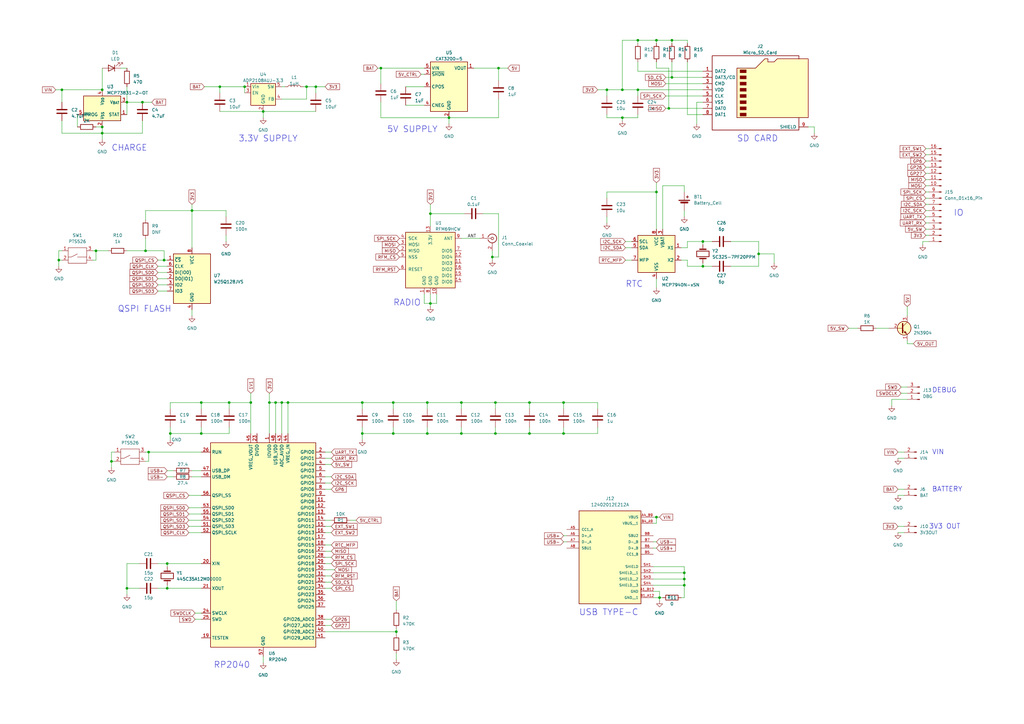
<source format=kicad_sch>
(kicad_sch (version 20230121) (generator eeschema)
  (paper "A3")
  (junction (at 113.03 165.1))
  (junction (at 176.53 124.46))
  (junction (at 255.27 48.26))
  (junction (at 69.85 177.8))
  (junction (at 189.23 165.1))
  (junction (at 189.23 177.8))
  (junction (at 270.51 245.11))
  (junction (at 68.58 241.3))
  (junction (at 68.58 231.14))
  (junction (at 39.37 102.87))
  (junction (at 52.07 241.3))
  (junction (at 41.91 36.83))
  (junction (at 125.73 35.56))
  (junction (at 175.26 177.8))
  (junction (at 261.62 36.83))
  (junction (at 217.17 177.8))
  (junction (at 176.53 87.63))
  (junction (at 60.96 185.42))
  (junction (at 269.24 78.74))
  (junction (at 45.72 189.23))
  (junction (at 24.13 106.68))
  (junction (at 280.67 234.95))
  (junction (at 280.67 237.49))
  (junction (at 115.57 165.1))
  (junction (at 110.49 165.1))
  (junction (at 118.11 165.1))
  (junction (at 275.59 31.75))
  (junction (at 93.98 165.1))
  (junction (at 129.54 35.56))
  (junction (at 201.93 105.41))
  (junction (at 275.59 16.51))
  (junction (at 175.26 165.1))
  (junction (at 107.95 45.72))
  (junction (at 261.62 16.51))
  (junction (at 148.59 177.8))
  (junction (at 100.33 35.56))
  (junction (at 58.42 41.91))
  (junction (at 148.59 165.1))
  (junction (at 248.92 36.83))
  (junction (at 102.87 165.1))
  (junction (at 161.29 165.1))
  (junction (at 82.55 177.8))
  (junction (at 161.29 177.8))
  (junction (at 156.21 27.94))
  (junction (at 162.56 259.08))
  (junction (at 203.2 165.1))
  (junction (at 90.17 35.56))
  (junction (at 41.91 54.61))
  (junction (at 204.47 27.94))
  (junction (at 288.29 109.22))
  (junction (at 231.14 165.1))
  (junction (at 217.17 165.1))
  (junction (at 78.74 86.36))
  (junction (at 269.24 16.51))
  (junction (at 231.14 177.8))
  (junction (at 311.15 104.14))
  (junction (at 59.69 102.87))
  (junction (at 274.32 44.45))
  (junction (at 25.4 36.83))
  (junction (at 82.55 165.1))
  (junction (at 67.31 106.68))
  (junction (at 52.07 41.91))
  (junction (at 203.2 177.8))
  (junction (at 255.27 36.83))
  (junction (at 288.29 99.06))
  (junction (at 184.15 48.26))
  (junction (at 269.24 212.09))
  (junction (at 280.67 240.03))
  (junction (at 41.91 52.07))
  (wire (pts (xy 156.21 27.94) (xy 173.99 27.94)))
  (wire (pts (xy 93.98 177.8) (xy 82.55 177.8)))
  (wire (pts (xy 176.53 124.46) (xy 176.53 125.73)))
  (wire (pts (xy 267.97 240.03) (xy 280.67 240.03)))
  (wire (pts (xy 270.51 242.57) (xy 270.51 245.11)))
  (wire (pts (xy 248.92 78.74) (xy 269.24 78.74)))
  (wire (pts (xy 162.56 257.81) (xy 162.56 259.08)))
  (wire (pts (xy 334.01 52.07) (xy 331.47 52.07)))
  (wire (pts (xy 269.24 114.3) (xy 269.24 118.11)))
  (wire (pts (xy 201.93 105.41) (xy 201.93 106.68)))
  (wire (pts (xy 261.62 25.4) (xy 261.62 29.21)))
  (wire (pts (xy 173.99 124.46) (xy 176.53 124.46)))
  (wire (pts (xy 60.96 189.23) (xy 60.96 185.42)))
  (wire (pts (xy 52.07 41.91) (xy 58.42 41.91)))
  (wire (pts (xy 148.59 165.1) (xy 148.59 167.64)))
  (wire (pts (xy 90.17 38.1) (xy 90.17 35.56)))
  (wire (pts (xy 78.74 127) (xy 78.74 129.54)))
  (wire (pts (xy 90.17 45.72) (xy 107.95 45.72)))
  (wire (pts (xy 189.23 165.1) (xy 203.2 165.1)))
  (wire (pts (xy 273.05 39.37) (xy 288.29 39.37)))
  (wire (pts (xy 102.87 165.1) (xy 93.98 165.1)))
  (wire (pts (xy 78.74 86.36) (xy 78.74 101.6)))
  (wire (pts (xy 133.35 231.14) (xy 135.89 231.14)))
  (wire (pts (xy 267.97 232.41) (xy 280.67 232.41)))
  (wire (pts (xy 59.69 189.23) (xy 60.96 189.23)))
  (wire (pts (xy 58.42 41.91) (xy 62.23 41.91)))
  (wire (pts (xy 68.58 241.3) (xy 64.77 241.3)))
  (wire (pts (xy 125.73 35.56) (xy 129.54 35.56)))
  (wire (pts (xy 288.29 109.22) (xy 288.29 107.95)))
  (wire (pts (xy 179.07 124.46) (xy 176.53 124.46)))
  (wire (pts (xy 269.24 25.4) (xy 269.24 27.94)))
  (wire (pts (xy 69.85 177.8) (xy 69.85 175.26)))
  (wire (pts (xy 275.59 25.4) (xy 275.59 31.75)))
  (wire (pts (xy 49.53 27.94) (xy 52.07 27.94)))
  (wire (pts (xy 231.14 219.71) (xy 232.41 219.71)))
  (wire (pts (xy 92.71 96.52) (xy 92.71 99.06)))
  (wire (pts (xy 255.27 36.83) (xy 261.62 36.83)))
  (wire (pts (xy 25.4 36.83) (xy 41.91 36.83)))
  (wire (pts (xy 204.47 105.41) (xy 201.93 105.41)))
  (wire (pts (xy 172.72 30.48) (xy 173.99 30.48)))
  (wire (pts (xy 379.73 63.5) (xy 381 63.5)))
  (wire (pts (xy 93.98 175.26) (xy 93.98 177.8)))
  (wire (pts (xy 82.55 165.1) (xy 82.55 167.64)))
  (wire (pts (xy 133.35 190.5) (xy 135.89 190.5)))
  (wire (pts (xy 176.53 87.63) (xy 190.5 87.63)))
  (wire (pts (xy 378.46 100.33) (xy 378.46 99.06)))
  (wire (pts (xy 133.35 228.6) (xy 135.89 228.6)))
  (wire (pts (xy 288.29 99.06) (xy 292.1 99.06)))
  (wire (pts (xy 93.98 165.1) (xy 93.98 167.64)))
  (wire (pts (xy 372.11 161.29) (xy 369.57 161.29)))
  (wire (pts (xy 92.71 88.9) (xy 92.71 86.36)))
  (wire (pts (xy 148.59 165.1) (xy 161.29 165.1)))
  (wire (pts (xy 78.74 195.58) (xy 82.55 195.58)))
  (wire (pts (xy 334.01 54.61) (xy 334.01 52.07)))
  (wire (pts (xy 78.74 86.36) (xy 78.74 83.82)))
  (wire (pts (xy 133.35 241.3) (xy 135.89 241.3)))
  (wire (pts (xy 133.35 226.06) (xy 135.89 226.06)))
  (wire (pts (xy 25.4 41.91) (xy 25.4 36.83)))
  (wire (pts (xy 368.3 185.42) (xy 370.84 185.42)))
  (wire (pts (xy 231.14 175.26) (xy 231.14 177.8)))
  (wire (pts (xy 115.57 40.64) (xy 125.73 40.64)))
  (wire (pts (xy 110.49 161.29) (xy 110.49 165.1)))
  (wire (pts (xy 162.56 259.08) (xy 162.56 260.35)))
  (wire (pts (xy 176.53 92.71) (xy 176.53 87.63)))
  (wire (pts (xy 133.35 233.68) (xy 137.16 233.68)))
  (wire (pts (xy 161.29 175.26) (xy 161.29 177.8)))
  (wire (pts (xy 77.47 213.36) (xy 82.55 213.36)))
  (wire (pts (xy 156.21 41.91) (xy 156.21 48.26)))
  (wire (pts (xy 83.82 35.56) (xy 90.17 35.56)))
  (wire (pts (xy 231.14 165.1) (xy 245.11 165.1)))
  (wire (pts (xy 24.13 106.68) (xy 24.13 109.22)))
  (wire (pts (xy 69.85 165.1) (xy 69.85 167.64)))
  (wire (pts (xy 281.94 109.22) (xy 288.29 109.22)))
  (wire (pts (xy 280.67 237.49) (xy 280.67 234.95)))
  (wire (pts (xy 317.5 104.14) (xy 311.15 104.14)))
  (wire (pts (xy 217.17 175.26) (xy 217.17 177.8)))
  (wire (pts (xy 80.01 254) (xy 82.55 254)))
  (wire (pts (xy 64.77 111.76) (xy 68.58 111.76)))
  (wire (pts (xy 198.12 87.63) (xy 204.47 87.63)))
  (wire (pts (xy 107.95 269.24) (xy 107.95 271.78)))
  (wire (pts (xy 189.23 175.26) (xy 189.23 177.8)))
  (wire (pts (xy 184.15 48.26) (xy 204.47 48.26)))
  (wire (pts (xy 379.73 68.58) (xy 381 68.58)))
  (wire (pts (xy 248.92 36.83) (xy 255.27 36.83)))
  (wire (pts (xy 80.01 251.46) (xy 82.55 251.46)))
  (wire (pts (xy 248.92 81.28) (xy 248.92 78.74)))
  (wire (pts (xy 77.47 215.9) (xy 82.55 215.9)))
  (wire (pts (xy 68.58 240.03) (xy 68.58 241.3)))
  (wire (pts (xy 69.85 177.8) (xy 69.85 180.34)))
  (wire (pts (xy 175.26 165.1) (xy 189.23 165.1)))
  (wire (pts (xy 231.14 177.8) (xy 245.11 177.8)))
  (wire (pts (xy 68.58 195.58) (xy 71.12 195.58)))
  (wire (pts (xy 231.14 222.25) (xy 232.41 222.25)))
  (wire (pts (xy 115.57 165.1) (xy 115.57 177.8)))
  (wire (pts (xy 204.47 27.94) (xy 208.28 27.94)))
  (wire (pts (xy 102.87 161.29) (xy 102.87 165.1)))
  (wire (pts (xy 133.35 185.42) (xy 135.89 185.42)))
  (wire (pts (xy 203.2 165.1) (xy 203.2 167.64)))
  (wire (pts (xy 133.35 213.36) (xy 135.89 213.36)))
  (wire (pts (xy 189.23 165.1) (xy 189.23 167.64)))
  (wire (pts (xy 52.07 41.91) (xy 52.07 46.99)))
  (wire (pts (xy 107.95 45.72) (xy 129.54 45.72)))
  (wire (pts (xy 68.58 231.14) (xy 64.77 231.14)))
  (wire (pts (xy 368.3 187.96) (xy 370.84 187.96)))
  (wire (pts (xy 368.3 200.66) (xy 370.84 200.66)))
  (wire (pts (xy 45.72 189.23) (xy 45.72 191.77)))
  (wire (pts (xy 267.97 212.09) (xy 269.24 212.09)))
  (wire (pts (xy 41.91 54.61) (xy 41.91 57.15)))
  (wire (pts (xy 194.31 27.94) (xy 204.47 27.94)))
  (wire (pts (xy 125.73 40.64) (xy 125.73 35.56)))
  (wire (pts (xy 133.35 223.52) (xy 135.89 223.52)))
  (wire (pts (xy 59.69 185.42) (xy 60.96 185.42)))
  (wire (pts (xy 102.87 177.8) (xy 102.87 165.1)))
  (wire (pts (xy 273.05 34.29) (xy 288.29 34.29)))
  (wire (pts (xy 100.33 35.56) (xy 100.33 38.1)))
  (wire (pts (xy 274.32 44.45) (xy 288.29 44.45)))
  (wire (pts (xy 281.94 16.51) (xy 275.59 16.51)))
  (wire (pts (xy 148.59 177.8) (xy 161.29 177.8)))
  (wire (pts (xy 41.91 54.61) (xy 41.91 52.07)))
  (wire (pts (xy 285.75 41.91) (xy 285.75 50.8)))
  (wire (pts (xy 148.59 175.26) (xy 148.59 177.8)))
  (wire (pts (xy 110.49 165.1) (xy 113.03 165.1)))
  (wire (pts (xy 372.11 125.73) (xy 372.11 129.54)))
  (wire (pts (xy 203.2 177.8) (xy 217.17 177.8)))
  (wire (pts (xy 256.54 106.68) (xy 259.08 106.68)))
  (wire (pts (xy 45.72 189.23) (xy 46.99 189.23)))
  (wire (pts (xy 82.55 165.1) (xy 69.85 165.1)))
  (wire (pts (xy 270.51 246.38) (xy 270.51 245.11)))
  (wire (pts (xy 93.98 165.1) (xy 82.55 165.1)))
  (wire (pts (xy 273.05 31.75) (xy 275.59 31.75)))
  (wire (pts (xy 129.54 35.56) (xy 133.35 35.56)))
  (wire (pts (xy 133.35 215.9) (xy 135.89 215.9)))
  (wire (pts (xy 60.96 185.42) (xy 82.55 185.42)))
  (wire (pts (xy 203.2 175.26) (xy 203.2 177.8)))
  (wire (pts (xy 78.74 193.04) (xy 82.55 193.04)))
  (wire (pts (xy 82.55 175.26) (xy 82.55 177.8)))
  (wire (pts (xy 245.11 165.1) (xy 245.11 167.64)))
  (wire (pts (xy 189.23 177.8) (xy 203.2 177.8)))
  (wire (pts (xy 248.92 36.83) (xy 248.92 39.37)))
  (wire (pts (xy 280.67 76.2) (xy 271.78 76.2)))
  (wire (pts (xy 347.98 134.62) (xy 351.79 134.62)))
  (wire (pts (xy 175.26 175.26) (xy 175.26 177.8)))
  (wire (pts (xy 156.21 48.26) (xy 184.15 48.26)))
  (wire (pts (xy 365.76 166.37) (xy 365.76 163.83)))
  (wire (pts (xy 368.3 215.9) (xy 370.84 215.9)))
  (wire (pts (xy 162.56 267.97) (xy 162.56 270.51)))
  (wire (pts (xy 68.58 241.3) (xy 82.55 241.3)))
  (wire (pts (xy 38.1 106.68) (xy 39.37 106.68)))
  (wire (pts (xy 261.62 36.83) (xy 261.62 39.37)))
  (wire (pts (xy 39.37 102.87) (xy 44.45 102.87)))
  (wire (pts (xy 173.99 120.65) (xy 173.99 124.46)))
  (wire (pts (xy 269.24 16.51) (xy 261.62 16.51)))
  (wire (pts (xy 166.37 43.18) (xy 173.99 43.18)))
  (wire (pts (xy 58.42 54.61) (xy 41.91 54.61)))
  (wire (pts (xy 38.1 102.87) (xy 39.37 102.87)))
  (wire (pts (xy 248.92 88.9) (xy 248.92 91.44)))
  (wire (pts (xy 24.13 102.87) (xy 25.4 102.87)))
  (wire (pts (xy 77.47 218.44) (xy 82.55 218.44)))
  (wire (pts (xy 59.69 102.87) (xy 52.07 102.87)))
  (wire (pts (xy 45.72 185.42) (xy 46.99 185.42)))
  (wire (pts (xy 133.35 187.96) (xy 135.89 187.96)))
  (wire (pts (xy 77.47 203.2) (xy 82.55 203.2)))
  (wire (pts (xy 24.13 106.68) (xy 25.4 106.68)))
  (wire (pts (xy 175.26 165.1) (xy 175.26 167.64)))
  (wire (pts (xy 133.35 259.08) (xy 162.56 259.08)))
  (wire (pts (xy 133.35 254) (xy 135.89 254)))
  (wire (pts (xy 162.56 246.38) (xy 162.56 250.19)))
  (wire (pts (xy 255.27 48.26) (xy 261.62 48.26)))
  (wire (pts (xy 379.73 73.66) (xy 381 73.66)))
  (wire (pts (xy 68.58 232.41) (xy 68.58 231.14)))
  (wire (pts (xy 275.59 31.75) (xy 288.29 31.75)))
  (wire (pts (xy 378.46 99.06) (xy 381 99.06)))
  (wire (pts (xy 271.78 76.2) (xy 271.78 93.98)))
  (wire (pts (xy 161.29 177.8) (xy 175.26 177.8)))
  (wire (pts (xy 267.97 222.25) (xy 269.24 222.25)))
  (wire (pts (xy 281.94 99.06) (xy 288.29 99.06)))
  (wire (pts (xy 275.59 16.51) (xy 275.59 17.78)))
  (wire (pts (xy 92.71 86.36) (xy 78.74 86.36)))
  (wire (pts (xy 133.35 236.22) (xy 135.89 236.22)))
  (wire (pts (xy 231.14 165.1) (xy 231.14 167.64)))
  (wire (pts (xy 280.67 245.11) (xy 280.67 240.03)))
  (wire (pts (xy 379.73 96.52) (xy 381 96.52)))
  (wire (pts (xy 269.24 214.63) (xy 269.24 212.09)))
  (wire (pts (xy 245.11 36.83) (xy 248.92 36.83)))
  (wire (pts (xy 317.5 107.95) (xy 317.5 104.14)))
  (wire (pts (xy 280.67 78.74) (xy 280.67 76.2)))
  (wire (pts (xy 64.77 106.68) (xy 67.31 106.68)))
  (wire (pts (xy 261.62 16.51) (xy 261.62 17.78)))
  (wire (pts (xy 256.54 101.6) (xy 259.08 101.6)))
  (wire (pts (xy 124.46 35.56) (xy 125.73 35.56)))
  (wire (pts (xy 379.73 88.9) (xy 381 88.9)))
  (wire (pts (xy 39.37 106.68) (xy 39.37 102.87)))
  (wire (pts (xy 248.92 48.26) (xy 255.27 48.26)))
  (wire (pts (xy 270.51 245.11) (xy 271.78 245.11)))
  (wire (pts (xy 133.35 256.54) (xy 135.89 256.54)))
  (wire (pts (xy 267.97 214.63) (xy 269.24 214.63)))
  (wire (pts (xy 133.35 195.58) (xy 135.89 195.58)))
  (wire (pts (xy 270.51 245.11) (xy 267.97 245.11)))
  (wire (pts (xy 161.29 165.1) (xy 161.29 167.64)))
  (wire (pts (xy 273.05 44.45) (xy 274.32 44.45)))
  (wire (pts (xy 58.42 49.53) (xy 58.42 54.61)))
  (wire (pts (xy 31.75 46.99) (xy 31.75 52.07)))
  (wire (pts (xy 379.73 86.36) (xy 381 86.36)))
  (wire (pts (xy 82.55 177.8) (xy 69.85 177.8)))
  (wire (pts (xy 201.93 102.87) (xy 201.93 105.41)))
  (wire (pts (xy 115.57 35.56) (xy 116.84 35.56)))
  (wire (pts (xy 133.35 238.76) (xy 135.89 238.76)))
  (wire (pts (xy 281.94 101.6) (xy 281.94 99.06)))
  (wire (pts (xy 133.35 198.12) (xy 135.89 198.12)))
  (wire (pts (xy 379.73 66.04) (xy 381 66.04)))
  (wire (pts (xy 269.24 16.51) (xy 269.24 17.78)))
  (wire (pts (xy 255.27 16.51) (xy 255.27 36.83)))
  (wire (pts (xy 156.21 34.29) (xy 156.21 27.94)))
  (wire (pts (xy 154.94 27.94) (xy 156.21 27.94)))
  (wire (pts (xy 148.59 177.8) (xy 148.59 180.34)))
  (wire (pts (xy 204.47 27.94) (xy 204.47 33.02)))
  (wire (pts (xy 255.27 49.53) (xy 255.27 48.26)))
  (wire (pts (xy 379.73 71.12) (xy 381 71.12)))
  (wire (pts (xy 24.13 102.87) (xy 24.13 106.68)))
  (wire (pts (xy 64.77 116.84) (xy 68.58 116.84)))
  (wire (pts (xy 22.86 36.83) (xy 25.4 36.83)))
  (wire (pts (xy 261.62 36.83) (xy 288.29 36.83)))
  (wire (pts (xy 90.17 35.56) (xy 100.33 35.56)))
  (wire (pts (xy 269.24 212.09) (xy 270.51 212.09)))
  (wire (pts (xy 176.53 120.65) (xy 176.53 124.46)))
  (wire (pts (xy 203.2 165.1) (xy 217.17 165.1)))
  (wire (pts (xy 288.29 41.91) (xy 285.75 41.91)))
  (wire (pts (xy 64.77 109.22) (xy 68.58 109.22)))
  (wire (pts (xy 59.69 86.36) (xy 78.74 86.36)))
  (wire (pts (xy 279.4 106.68) (xy 281.94 106.68)))
  (wire (pts (xy 133.35 200.66) (xy 135.89 200.66)))
  (wire (pts (xy 274.32 27.94) (xy 274.32 44.45)))
  (wire (pts (xy 267.97 234.95) (xy 280.67 234.95)))
  (wire (pts (xy 204.47 87.63) (xy 204.47 105.41)))
  (wire (pts (xy 267.97 237.49) (xy 280.67 237.49)))
  (wire (pts (xy 161.29 165.1) (xy 175.26 165.1)))
  (wire (pts (xy 67.31 106.68) (xy 68.58 106.68)))
  (wire (pts (xy 179.07 120.65) (xy 179.07 124.46)))
  (wire (pts (xy 281.94 106.68) (xy 281.94 109.22)))
  (wire (pts (xy 45.72 185.42) (xy 45.72 189.23)))
  (wire (pts (xy 379.73 83.82) (xy 381 83.82)))
  (wire (pts (xy 267.97 242.57) (xy 270.51 242.57)))
  (wire (pts (xy 184.15 48.26) (xy 184.15 50.8)))
  (wire (pts (xy 118.11 165.1) (xy 148.59 165.1)))
  (wire (pts (xy 41.91 27.94) (xy 41.91 36.83)))
  (wire (pts (xy 110.49 177.8) (xy 110.49 165.1)))
  (wire (pts (xy 261.62 16.51) (xy 255.27 16.51)))
  (wire (pts (xy 372.11 158.75) (xy 369.57 158.75)))
  (wire (pts (xy 64.77 114.3) (xy 68.58 114.3)))
  (wire (pts (xy 52.07 241.3) (xy 52.07 243.84)))
  (wire (pts (xy 267.97 224.79) (xy 269.24 224.79)))
  (wire (pts (xy 118.11 165.1) (xy 118.11 177.8)))
  (wire (pts (xy 25.4 49.53) (xy 25.4 54.61)))
  (wire (pts (xy 52.07 231.14) (xy 52.07 241.3)))
  (wire (pts (xy 176.53 83.82) (xy 176.53 87.63)))
  (wire (pts (xy 52.07 241.3) (xy 57.15 241.3)))
  (wire (pts (xy 281.94 46.99) (xy 288.29 46.99)))
  (wire (pts (xy 59.69 90.17) (xy 59.69 86.36)))
  (wire (pts (xy 133.35 218.44) (xy 135.89 218.44)))
  (wire (pts (xy 59.69 102.87) (xy 67.31 102.87)))
  (wire (pts (xy 256.54 99.06) (xy 259.08 99.06)))
  (wire (pts (xy 217.17 177.8) (xy 231.14 177.8)))
  (wire (pts (xy 299.72 99.06) (xy 311.15 99.06)))
  (wire (pts (xy 281.94 17.78) (xy 281.94 16.51)))
  (wire (pts (xy 261.62 48.26) (xy 261.62 46.99)))
  (wire (pts (xy 280.67 245.11) (xy 279.4 245.11)))
  (wire (pts (xy 372.11 140.97) (xy 372.11 139.7)))
  (wire (pts (xy 248.92 46.99) (xy 248.92 48.26)))
  (wire (pts (xy 52.07 35.56) (xy 52.07 41.91)))
  (wire (pts (xy 280.67 240.03) (xy 280.67 237.49)))
  (wire (pts (xy 311.15 104.14) (xy 311.15 109.22)))
  (wire (pts (xy 217.17 165.1) (xy 217.17 167.64)))
  (wire (pts (xy 107.95 45.72) (xy 107.95 48.26)))
  (wire (pts (xy 113.03 165.1) (xy 113.03 177.8)))
  (wire (pts (xy 288.29 99.06) (xy 288.29 100.33)))
  (wire (pts (xy 368.3 218.44) (xy 370.84 218.44)))
  (wire (pts (xy 143.51 213.36) (xy 146.05 213.36)))
  (wire (pts (xy 217.17 165.1) (xy 231.14 165.1)))
  (wire (pts (xy 204.47 40.64) (xy 204.47 48.26)))
  (wire (pts (xy 189.23 97.79) (xy 196.85 97.79)))
  (wire (pts (xy 379.73 93.98) (xy 381 93.98)))
  (wire (pts (xy 368.3 203.2) (xy 370.84 203.2)))
  (wire (pts (xy 68.58 231.14) (xy 82.55 231.14)))
  (wire (pts (xy 269.24 74.93) (xy 269.24 78.74)))
  (wire (pts (xy 129.54 38.1) (xy 129.54 35.56)))
  (wire (pts (xy 288.29 109.22) (xy 292.1 109.22)))
  (wire (pts (xy 39.37 52.07) (xy 41.91 52.07)))
  (wire (pts (xy 379.73 91.44) (xy 381 91.44)))
  (wire (pts (xy 281.94 25.4) (xy 281.94 46.99)))
  (wire (pts (xy 280.67 234.95) (xy 280.67 232.41)))
  (wire (pts (xy 59.69 97.79) (xy 59.69 102.87)))
  (wire (pts (xy 25.4 54.61) (xy 41.91 54.61)))
  (wire (pts (xy 175.26 177.8) (xy 189.23 177.8)))
  (wire (pts (xy 77.47 208.28) (xy 82.55 208.28)))
  (wire (pts (xy 379.73 81.28) (xy 381 81.28)))
  (wire (pts (xy 269.24 78.74) (xy 269.24 93.98)))
  (wire (pts (xy 68.58 193.04) (xy 71.12 193.04)))
  (wire (pts (xy 115.57 165.1) (xy 118.11 165.1)))
  (wire (pts (xy 166.37 35.56) (xy 173.99 35.56)))
  (wire (pts (xy 379.73 60.96) (xy 381 60.96)))
  (wire (pts (xy 311.15 99.06) (xy 311.15 104.14)))
  (wire (pts (xy 379.73 76.2) (xy 381 76.2)))
  (wire (pts (xy 275.59 16.51) (xy 269.24 16.51)))
  (wire (pts (xy 64.77 119.38) (xy 68.58 119.38)))
  (wire (pts (xy 311.15 109.22) (xy 299.72 109.22)))
  (wire (pts (xy 113.03 165.1) (xy 115.57 165.1)))
  (wire (pts (xy 57.15 231.14) (xy 52.07 231.14)))
  (wire (pts (xy 365.76 163.83) (xy 372.11 163.83)))
  (wire (pts (xy 280.67 86.36) (xy 280.67 88.9)))
  (wire (pts (xy 279.4 101.6) (xy 281.94 101.6)))
  (wire (pts (xy 77.47 210.82) (xy 82.55 210.82)))
  (wire (pts (xy 245.11 177.8) (xy 245.11 175.26)))
  (wire (pts (xy 261.62 29.21) (xy 288.29 29.21)))
  (wire (pts (xy 379.73 78.74) (xy 381 78.74)))
  (wire (pts (xy 374.65 140.97) (xy 372.11 140.97)))
  (wire (pts (xy 359.41 134.62) (xy 364.49 134.62)))
  (wire (pts (xy 67.31 102.87) (xy 67.31 106.68)))
  (wire (pts (xy 269.24 27.94) (xy 274.32 27.94)))
  (text "RTC" (at 256.54 118.11 0) (effects (font (size 2.54 2.54)) (justify left bottom)))
  (text "DEBUG" (at 382.27 161.29 0) (effects (font (size 2 2)) (justify left bottom)))
  (text "3V3 OUT" (at 381 217.17 0) (effects (font (size 2 2)) (justify left bottom)))
  (text "USB TYPE-C" (at 237.49 252.73 0) (effects (font (size 2.54 2.54)) (justify left bottom)))
  (text "IO" (at 391.16 88.9 0) (effects (font (size 2.54 2.54)) (justify left bottom)))
  (text "3.3V SUPPLY" (at 97.79 58.42 0) (effects (font (size 2.5 2.5)) (justify left bottom)))
  (text "SD CARD" (at 302.26 58.42 0) (effects (font (size 2.54 2.54)) (justify left bottom)))
  (text "RADIO" (at 161.29 125.73 0) (effects (font (size 2.54 2.54)) (justify left bottom)))
  (text "RP2040" (at 87.63 274.32 0) (effects (font (size 2.54 2.54)) (justify left bottom)))
  (text "CHARGE" (at 45.72 62.23 0) (effects (font (size 2.5 2.5)) (justify left bottom)))
  (text "BATTERY" (at 382.27 201.93 0) (effects (font (size 2 2)) (justify left bottom)))
  (text "QSPI FLASH" (at 48.26 128.27 0) (effects (font (size 2.5 2.5)) (justify left bottom)))
  (text "VIN" (at 382.27 186.69 0) (effects (font (size 2 2)) (justify left bottom)))
  (text "5V SUPPLY" (at 158.75 54.61 0) (effects (font (size 2.5 2.5)) (justify left bottom)))
  (label "ANT" (at 191.77 97.79 0))
  (global_label "SPI_CS" (shape input) (at 135.89 241.3 0) (property "Intersheetrefs" "${INTERSHEET_REFS}" (effects hide)))
  (global_label "USB-" (shape input) (at 231.14 222.25 180) (property "Intersheetrefs" "${INTERSHEET_REFS}" (effects hide)))
  (global_label "I2C_SDA" (shape input) (at 256.54 101.6 180) (property "Intersheetrefs" "${INTERSHEET_REFS}" (effects hide)))
  (global_label "MISO" (shape input) (at 379.73 73.66 180) (property "Intersheetrefs" "${INTERSHEET_REFS}" (effects hide)))
  (global_label "I2C_SCK" (shape input) (at 379.73 86.36 180) (property "Intersheetrefs" "${INTERSHEET_REFS}" (effects hide)))
  (global_label "QSPI_SD3" (shape input) (at 64.77 119.38 180) (property "Intersheetrefs" "${INTERSHEET_REFS}" (effects hide)))
  (global_label "GP27" (shape input) (at 379.73 71.12 180) (property "Intersheetrefs" "${INTERSHEET_REFS}" (effects hide)))
  (global_label "I2C_SCK" (shape input) (at 256.54 99.06 180) (property "Intersheetrefs" "${INTERSHEET_REFS}" (effects hide)))
  (global_label "RFM_CS" (shape input) (at 163.83 105.41 180) (property "Intersheetrefs" "${INTERSHEET_REFS}" (effects hide)))
  (global_label "SPI_SCK" (shape input) (at 163.83 97.79 180) (property "Intersheetrefs" "${INTERSHEET_REFS}" (effects hide)))
  (global_label "RTC_MFP" (shape input) (at 256.54 106.68 180) (property "Intersheetrefs" "${INTERSHEET_REFS}" (effects hide)))
  (global_label "RFM_RST" (shape input) (at 135.89 236.22 0) (property "Intersheetrefs" "${INTERSHEET_REFS}" (effects hide)))
  (global_label "USB+" (shape input) (at 68.58 193.04 180) (property "Intersheetrefs" "${INTERSHEET_REFS}" (effects hide)))
  (global_label "EXT_SW1" (shape input) (at 379.73 60.96 180) (property "Intersheetrefs" "${INTERSHEET_REFS}" (effects hide)))
  (global_label "QSPI_SD0" (shape input) (at 64.77 111.76 180) (property "Intersheetrefs" "${INTERSHEET_REFS}" (effects hide)))
  (global_label "VIN" (shape input) (at 368.3 185.42 180) (property "Intersheetrefs" "${INTERSHEET_REFS}" (effects hide)))
  (global_label "SPI_SCK" (shape input) (at 135.89 231.14 0) (property "Intersheetrefs" "${INTERSHEET_REFS}" (effects hide)))
  (global_label "SWD" (shape input) (at 80.01 254 180) (property "Intersheetrefs" "${INTERSHEET_REFS}" (effects hide)))
  (global_label "5V_OUT" (shape input) (at 374.65 140.97 0) (property "Intersheetrefs" "${INTERSHEET_REFS}" (effects hide)))
  (global_label "BAT" (shape input) (at 162.56 246.38 90) (property "Intersheetrefs" "${INTERSHEET_REFS}" (effects hide)))
  (global_label "GP27" (shape input) (at 135.89 256.54 0) (property "Intersheetrefs" "${INTERSHEET_REFS}" (effects hide)))
  (global_label "EXT_SW2" (shape input) (at 135.89 218.44 0) (property "Intersheetrefs" "${INTERSHEET_REFS}" (effects hide)))
  (global_label "UART_RX" (shape input) (at 135.89 187.96 0) (property "Intersheetrefs" "${INTERSHEET_REFS}" (effects hide)))
  (global_label "3V3" (shape input) (at 110.49 161.29 90) (property "Intersheetrefs" "${INTERSHEET_REFS}" (effects hide)))
  (global_label "5V" (shape input) (at 372.11 125.73 90) (property "Intersheetrefs" "${INTERSHEET_REFS}" (effects hide)))
  (global_label "BAT" (shape input) (at 154.94 27.94 180) (property "Intersheetrefs" "${INTERSHEET_REFS}" (effects hide)))
  (global_label "QSPI_CS" (shape input) (at 64.77 106.68 180) (property "Intersheetrefs" "${INTERSHEET_REFS}" (effects hide)))
  (global_label "QSPI_SD3" (shape input) (at 77.47 215.9 180) (property "Intersheetrefs" "${INTERSHEET_REFS}" (effects hide)))
  (global_label "VIN" (shape input) (at 22.86 36.83 180) (property "Intersheetrefs" "${INTERSHEET_REFS}" (effects hide)))
  (global_label "5V_SW" (shape input) (at 135.89 190.5 0) (property "Intersheetrefs" "${INTERSHEET_REFS}" (effects hide)))
  (global_label "5V_SW" (shape input) (at 379.73 93.98 180) (property "Intersheetrefs" "${INTERSHEET_REFS}" (effects hide)))
  (global_label "SD_CS" (shape input) (at 135.89 238.76 0) (property "Intersheetrefs" "${INTERSHEET_REFS}" (effects hide)))
  (global_label "QSPI_SD0" (shape input) (at 77.47 208.28 180) (property "Intersheetrefs" "${INTERSHEET_REFS}" (effects hide)))
  (global_label "5V_SW" (shape input) (at 347.98 134.62 180) (property "Intersheetrefs" "${INTERSHEET_REFS}" (effects hide)))
  (global_label "5V_CTRL" (shape input) (at 172.72 30.48 180) (property "Intersheetrefs" "${INTERSHEET_REFS}" (effects hide)))
  (global_label "SWD" (shape input) (at 369.57 158.75 180) (property "Intersheetrefs" "${INTERSHEET_REFS}" (effects hide)))
  (global_label "QSPI_CLK" (shape input) (at 64.77 109.22 180) (property "Intersheetrefs" "${INTERSHEET_REFS}" (effects hide)))
  (global_label "1V1" (shape input) (at 102.87 161.29 90) (property "Intersheetrefs" "${INTERSHEET_REFS}" (effects hide)))
  (global_label "MOSI" (shape input) (at 379.73 76.2 180) (property "Intersheetrefs" "${INTERSHEET_REFS}" (effects hide)))
  (global_label "USB-" (shape input) (at 68.58 195.58 180) (property "Intersheetrefs" "${INTERSHEET_REFS}" (effects hide)))
  (global_label "BAT" (shape input) (at 368.3 200.66 180) (property "Intersheetrefs" "${INTERSHEET_REFS}" (effects hide)))
  (global_label "I2C_SCK" (shape input) (at 135.89 198.12 0) (property "Intersheetrefs" "${INTERSHEET_REFS}" (effects hide)))
  (global_label "GP26" (shape input) (at 379.73 68.58 180) (property "Intersheetrefs" "${INTERSHEET_REFS}" (effects hide)))
  (global_label "UART_TX" (shape input) (at 379.73 88.9 180) (property "Intersheetrefs" "${INTERSHEET_REFS}" (effects hide)))
  (global_label "5V" (shape input) (at 208.28 27.94 0) (property "Intersheetrefs" "${INTERSHEET_REFS}" (effects hide)))
  (global_label "GP6" (shape input) (at 379.73 66.04 180) (property "Intersheetrefs" "${INTERSHEET_REFS}" (effects hide)))
  (global_label "SPI_CS" (shape input) (at 379.73 81.28 180) (property "Intersheetrefs" "${INTERSHEET_REFS}" (effects hide)))
  (global_label "MISO" (shape input) (at 163.83 102.87 180) (property "Intersheetrefs" "${INTERSHEET_REFS}" (effects hide)))
  (global_label "EXT_SW2" (shape input) (at 379.73 63.5 180) (property "Intersheetrefs" "${INTERSHEET_REFS}" (effects hide)))
  (global_label "BAT" (shape input) (at 83.82 35.56 180) (property "Intersheetrefs" "${INTERSHEET_REFS}" (effects hide)))
  (global_label "QSPI_CS" (shape input) (at 77.47 203.2 180) (property "Intersheetrefs" "${INTERSHEET_REFS}" (effects hide)))
  (global_label "BAT" (shape input) (at 62.23 41.91 0) (property "Intersheetrefs" "${INTERSHEET_REFS}" (effects hide)))
  (global_label "QSPI_SD1" (shape input) (at 64.77 114.3 180) (property "Intersheetrefs" "${INTERSHEET_REFS}" (effects hide)))
  (global_label "MOSI" (shape input) (at 163.83 100.33 180) (property "Intersheetrefs" "${INTERSHEET_REFS}" (effects hide)))
  (global_label "5V_CTRL" (shape input) (at 146.05 213.36 0) (property "Intersheetrefs" "${INTERSHEET_REFS}" (effects hide)))
  (global_label "USB+" (shape input) (at 269.24 224.79 0) (property "Intersheetrefs" "${INTERSHEET_REFS}" (effects hide)))
  (global_label "QSPI_SD2" (shape input) (at 64.77 116.84 180) (property "Intersheetrefs" "${INTERSHEET_REFS}" (effects hide)))
  (global_label "SWDCLK" (shape input) (at 80.01 251.46 180) (property "Intersheetrefs" "${INTERSHEET_REFS}" (effects hide)))
  (global_label "3V3" (shape input) (at 78.74 83.82 90) (property "Intersheetrefs" "${INTERSHEET_REFS}" (effects hide)))
  (global_label "GP26" (shape input) (at 135.89 254 0) (property "Intersheetrefs" "${INTERSHEET_REFS}" (effects hide)))
  (global_label "RFM_CS" (shape input) (at 135.89 228.6 0) (property "Intersheetrefs" "${INTERSHEET_REFS}" (effects hide)))
  (global_label "3V3" (shape input) (at 379.73 96.52 180) (property "Intersheetrefs" "${INTERSHEET_REFS}" (effects hide)))
  (global_label "SD_CS" (shape input) (at 273.05 31.75 180) (property "Intersheetrefs" "${INTERSHEET_REFS}" (effects hide)))
  (global_label "QSPI_SD1" (shape input) (at 77.47 210.82 180) (property "Intersheetrefs" "${INTERSHEET_REFS}" (effects hide)))
  (global_label "3V3" (shape input) (at 176.53 83.82 90) (property "Intersheetrefs" "${INTERSHEET_REFS}" (effects hide)))
  (global_label "EXT_SW1" (shape input) (at 135.89 215.9 0) (property "Intersheetrefs" "${INTERSHEET_REFS}" (effects hide)))
  (global_label "USB+" (shape input) (at 231.14 219.71 180) (property "Intersheetrefs" "${INTERSHEET_REFS}" (effects hide)))
  (global_label "VIN" (shape input) (at 270.51 212.09 0) (property "Intersheetrefs" "${INTERSHEET_REFS}" (effects hide)))
  (global_label "I2C_SDA" (shape input) (at 379.73 83.82 180) (property "Intersheetrefs" "${INTERSHEET_REFS}" (effects hide)))
  (global_label "MISO" (shape input) (at 135.89 226.06 0) (property "Intersheetrefs" "${INTERSHEET_REFS}" (effects hide)))
  (global_label "QSPI_SD2" (shape input) (at 77.47 213.36 180) (property "Intersheetrefs" "${INTERSHEET_REFS}" (effects hide)))
  (global_label "SPI_SCK" (shape input) (at 273.05 39.37 180) (property "Intersheetrefs" "${INTERSHEET_REFS}" (effects hide)))
  (global_label "3V3" (shape input) (at 245.11 36.83 180) (property "Intersheetrefs" "${INTERSHEET_REFS}" (effects hide)))
  (global_label "3V3" (shape input) (at 368.3 215.9 180) (property "Intersheetrefs" "${INTERSHEET_REFS}" (effects hide)))
  (global_label "MOSI" (shape input) (at 273.05 34.29 180) (property "Intersheetrefs" "${INTERSHEET_REFS}" (effects hide)))
  (global_label "SWDCLK" (shape input) (at 369.57 161.29 180) (property "Intersheetrefs" "${INTERSHEET_REFS}" (effects hide)))
  (global_label "UART_TX" (shape input) (at 135.89 185.42 0) (property "Intersheetrefs" "${INTERSHEET_REFS}" (effects hide)))
  (global_label "QSPI_CLK" (shape input) (at 77.47 218.44 180) (property "Intersheetrefs" "${INTERSHEET_REFS}" (effects hide)))
  (global_label "MOSI" (shape input) (at 137.16 233.68 0) (property "Intersheetrefs" "${INTERSHEET_REFS}" (effects hide)))
  (global_label "UART_RX" (shape input) (at 379.73 91.44 180) (property "Intersheetrefs" "${INTERSHEET_REFS}" (effects hide)))
  (global_label "MISO" (shape input) (at 273.05 44.45 180) (property "Intersheetrefs" "${INTERSHEET_REFS}" (effects hide)))
  (global_label "3V3" (shape input) (at 133.35 35.56 0) (property "Intersheetrefs" "${INTERSHEET_REFS}" (effects hide)))
  (global_label "GP6" (shape input) (at 135.89 200.66 0) (property "Intersheetrefs" "${INTERSHEET_REFS}" (effects hide)))
  (global_label "RTC_MFP" (shape input) (at 135.89 223.52 0) (property "Intersheetrefs" "${INTERSHEET_REFS}" (effects hide)))
  (global_label "3V3" (shape input) (at 269.24 74.93 90) (property "Intersheetrefs" "${INTERSHEET_REFS}" (effects hide)))
  (global_label "RFM_RST" (shape input) (at 163.83 110.49 180) (property "Intersheetrefs" "${INTERSHEET_REFS}" (effects hide)))
  (global_label "SPI_SCK" (shape input) (at 379.73 78.74 180) (property "Intersheetrefs" "${INTERSHEET_REFS}" (effects hide)))
  (global_label "I2C_SDA" (shape input) (at 135.89 195.58 0) (property "Intersheetrefs" "${INTERSHEET_REFS}" (effects hide)))
  (global_label "USB-" (shape input) (at 269.24 222.25 0) (property "Intersheetrefs" "${INTERSHEET_REFS}" (effects hide)))
  (symbol (lib_id "power:GND") (at 148.59 180.34 0) (unit 1)
    (property "Reference" "#PWR020" (effects hide))
    (property "Value" "GND" (at 148.59 185.42 0))
  )
  (symbol (lib_id "Device:C") (at 93.98 171.45 0) (unit 1)
    (property "Reference" "C17" (at 97.79 170.18 0) (effects (justify left)))
    (property "Value" "100n" (at 97.79 172.72 0) (effects (justify left)))
    (property "Footprint" "Capacitor_SMD:C_0402_1005Metric_Pad0.74x0.62mm_HandSolder" (effects hide))
  )
  (symbol (lib_id "Device:R") (at 52.07 31.75 0) (unit 1)
    (property "Reference" "R5" (at 54.61 31.115 0) (effects (justify left)))
    (property "Value" "470" (at 54.61 33.655 0) (effects (justify left)))
    (property "Footprint" "Resistor_SMD:R_0805_2012Metric_Pad1.20x1.40mm_HandSolder" (effects hide))
  )
  (symbol (lib_id "custom:PTS526") (at 31.75 105.41 0) (unit 1)
    (property "Reference" "SW1" (at 31.75 96.52 0))
    (property "Value" "PTS526" (at 31.75 99.06 0))
    (property "Footprint" "custom:PTS526" (effects hide))
  )
  (symbol (lib_id "Device:R") (at 139.7 213.36 90) (unit 1)
    (property "Reference" "R1" (at 139.7 213.36 90))
    (property "Value" "10K" (at 139.7 210.82 90))
    (property "Footprint" "Resistor_SMD:R_0805_2012Metric_Pad1.20x1.40mm_HandSolder" (effects hide))
  )
  (symbol (lib_id "Device:Crystal") (at 288.29 104.14 270) (unit 1)
    (property "Reference" "Y2" (at 292.1 102.87 90) (effects (justify left)))
    (property "Value" "SC32S-7PF20PPM" (at 292.1 105.41 90) (effects (justify left)))
    (property "Footprint" "custom:SC-32S" (effects hide))
  )
  (symbol (lib_id "power:GND") (at 334.01 54.61 0) (unit 1)
    (property "Reference" "#PWR029" (effects hide))
    (property "Value" "GND" (at 334.01 59.69 0))
  )
  (symbol (lib_id "power:GND") (at 269.24 118.11 0) (unit 1)
    (property "Reference" "#PWR04" (effects hide))
    (property "Value" "GND" (at 269.24 123.19 0))
  )
  (symbol (lib_id "Connector:Conn_01x02_Pin") (at 375.92 187.96 180) (unit 1)
    (property "Reference" "J14" (at 377.19 185.42 0) (effects (justify right)))
    (property "Value" "VIN" (at 377.19 187.96 0) (effects (justify right)))
    (property "Footprint" "Connector_PinHeader_2.54mm:PinHeader_1x02_P2.54mm_Vertical" (effects hide))
  )
  (symbol (lib_id "Connector:Conn_Coaxial") (at 201.93 97.79 0) (unit 1)
    (property "Reference" "J1" (at 205.74 97.4482 0) (effects (justify left)))
    (property "Value" "Conn_Coaxial" (at 205.74 99.9882 0) (effects (justify left)))
    (property "Footprint" "Connector_Coaxial:SMA_Samtec_SMA-J-P-X-ST-EM1_EdgeMount" (effects hide))
    (property "Datasheet" " ~" (effects hide))
  )
  (symbol (lib_id "Device:C") (at 60.96 231.14 90) (unit 1)
    (property "Reference" "C21" (at 60.96 227.33 90))
    (property "Value" "15p" (at 60.96 234.95 90))
    (property "Footprint" "Capacitor_SMD:C_0402_1005Metric_Pad0.74x0.62mm_HandSolder" (effects hide))
  )
  (symbol (lib_id "Device:R") (at 59.69 93.98 0) (unit 1)
    (property "Reference" "R9" (at 62.23 92.71 0) (effects (justify left)))
    (property "Value" "DNF" (at 62.23 95.25 0) (effects (justify left)))
    (property "Footprint" "Resistor_SMD:R_0805_2012Metric_Pad1.20x1.40mm_HandSolder" (effects hide))
  )
  (symbol (lib_id "Regulator_SwitchedCapacitor:CAT3200-5") (at 184.15 35.56 0) (unit 1)
    (property "Reference" "U5" (at 184.15 21.59 0))
    (property "Value" "CAT3200-5" (at 184.15 24.13 0))
    (property "Footprint" "Package_TO_SOT_SMD:SOT-23-6" (effects hide))
    (property "Datasheet" "https://www.onsemi.com/pdf/datasheet/cat3200-d.pdf" (effects hide))
  )
  (symbol (lib_id "Device:R") (at 74.93 193.04 90) (unit 1)
    (property "Reference" "R7" (at 74.93 193.04 90))
    (property "Value" "27.4" (at 74.93 190.5 90))
    (property "Footprint" "Resistor_SMD:R_0805_2012Metric_Pad1.20x1.40mm_HandSolder" (effects hide))
  )
  (symbol (lib_id "Device:C") (at 129.54 41.91 0) (unit 1)
    (property "Reference" "C5" (at 133.35 41.275 0) (effects (justify left)))
    (property "Value" "10uF" (at 133.35 43.815 0) (effects (justify left)))
    (property "Footprint" "Capacitor_SMD:C_0805_2012Metric_Pad1.18x1.45mm_HandSolder" (effects hide))
  )
  (symbol (lib_id "Device:C") (at 204.47 36.83 0) (unit 1)
    (property "Reference" "C8" (at 208.28 36.195 0) (effects (justify left)))
    (property "Value" "1uF" (at 208.28 38.735 0) (effects (justify left)))
    (property "Footprint" "Capacitor_SMD:C_0805_2012Metric_Pad1.18x1.45mm_HandSolder" (effects hide))
  )
  (symbol (lib_id "Timer_RTC:MCP7940N-xSN") (at 269.24 104.14 0) (unit 1)
    (property "Reference" "U2" (at 271.4341 114.3 0) (effects (justify left)))
    (property "Value" "MCP7940N-xSN" (at 271.4341 116.84 0) (effects (justify left)))
    (property "Footprint" "Package_SO:SOIC-8_3.9x4.9mm_P1.27mm" (effects hide))
    (property "Datasheet" "http://ww1.microchip.com/downloads/en/DeviceDoc/20005010F.pdf" (effects hide))
  )
  (symbol (lib_id "power:GND") (at 78.74 129.54 0) (unit 1)
    (property "Reference" "#PWR024" (effects hide))
    (property "Value" "GND" (at 78.74 134.62 0))
  )
  (symbol (lib_id "Device:R") (at 74.93 195.58 90) (unit 1)
    (property "Reference" "R8" (at 74.93 195.58 90))
    (property "Value" "27.4" (at 74.93 198.12 90))
    (property "Footprint" "Resistor_SMD:R_0805_2012Metric_Pad1.20x1.40mm_HandSolder" (effects hide))
  )
  (symbol (lib_id "power:GND") (at 92.71 99.06 0) (unit 1)
    (property "Reference" "#PWR022" (effects hide))
    (property "Value" "GND" (at 92.71 104.14 0))
  )
  (symbol (lib_id "Device:R") (at 355.6 134.62 90) (unit 1)
    (property "Reference" "R6" (at 355.6 129.54 90))
    (property "Value" "1K" (at 355.6 132.08 90))
    (property "Footprint" "Resistor_SMD:R_0805_2012Metric_Pad1.20x1.40mm_HandSolder" (effects hide))
  )
  (symbol (lib_id "power:GND") (at 365.76 166.37 0) (unit 1)
    (property "Reference" "#PWR027" (effects hide))
    (property "Value" "GND" (at 365.76 171.45 0))
  )
  (symbol (lib_id "Connector:Micro_SD_Card") (at 311.15 36.83 0) (unit 1)
    (property "Reference" "J2" (at 311.785 19.05 0))
    (property "Value" "Micro_SD_Card" (at 311.785 21.59 0))
    (property "Footprint" "Connector_Card:microSD_HC_Molex_104031-0811" (effects hide))
    (property "Datasheet" "http://katalog.we-online.de/em/datasheet/693072010801.pdf" (effects hide))
  )
  (symbol (lib_id "Device:R") (at 162.56 254 0) (unit 1)
    (property "Reference" "R2" (at 165.1 253.365 0) (effects (justify left)))
    (property "Value" "470K" (at 165.1 255.905 0) (effects (justify left)))
    (property "Footprint" "Resistor_SMD:R_0805_2012Metric_Pad1.20x1.40mm_HandSolder" (effects hide))
  )
  (symbol (lib_id "power:GND") (at 285.75 50.8 0) (unit 1)
    (property "Reference" "#PWR07" (effects hide))
    (property "Value" "GND" (at 285.75 55.88 0))
  )
  (symbol (lib_id "Device:C") (at 295.91 109.22 90) (unit 1)
    (property "Reference" "C27" (at 295.91 113.03 90))
    (property "Value" "6p" (at 295.91 115.57 90))
    (property "Footprint" "Capacitor_SMD:C_0603_1608Metric_Pad1.08x0.95mm_HandSolder" (effects hide))
  )
  (symbol (lib_id "Device:L") (at 120.65 35.56 90) (unit 1)
    (property "Reference" "L1" (at 120.65 31.75 90))
    (property "Value" "1uH" (at 120.65 34.29 90))
    (property "Footprint" "Inductor_SMD:L_1008_2520Metric_Pad1.43x2.20mm_HandSolder" (effects hide))
  )
  (symbol (lib_id "Device:C") (at 60.96 241.3 90) (unit 1)
    (property "Reference" "C22" (at 60.96 237.49 90))
    (property "Value" "15p" (at 60.96 245.11 90))
    (property "Footprint" "Capacitor_SMD:C_0402_1005Metric_Pad0.74x0.62mm_HandSolder" (effects hide))
  )
  (symbol (lib_id "power:GND") (at 45.72 191.77 0) (unit 1)
    (property "Reference" "#PWR030" (effects hide))
    (property "Value" "GND" (at 45.72 196.85 0))
  )
  (symbol (lib_id "power:GND") (at 368.3 187.96 0) (unit 1)
    (property "Reference" "#PWR01" (effects hide))
    (property "Value" "GND" (at 368.3 193.04 0))
  )
  (symbol (lib_id "custom:12402012E212A") (at 250.19 222.25 0) (unit 1)
    (property "Reference" "J12" (at 250.19 204.47 0))
    (property "Value" "12402012E212A" (at 250.19 207.01 0))
    (property "Footprint" "custom:AMPHENOL_12402012E212A" (effects hide))
    (property "PARTREV" "4" (effects hide))
    (property "STANDARD" "Manufacturer Recommendations" (effects hide))
    (property "MAXIMUM_PACKAGE_HEIGHT" "3.26 mm" (effects hide))
    (property "MANUFACTURER" "Amphenol" (effects hide))
  )
  (symbol (lib_id "Device:C") (at 194.31 87.63 90) (unit 1)
    (property "Reference" "C1" (at 194.31 81.28 90))
    (property "Value" "0.1uF" (at 194.31 83.82 90))
    (property "Footprint" "Capacitor_SMD:C_0402_1005Metric" (effects hide))
  )
  (symbol (lib_id "Connector:Conn_01x02_Pin") (at 375.92 218.44 180) (unit 1)
    (property "Reference" "J10" (at 377.19 215.9 0) (effects (justify right)))
    (property "Value" "3V3OUT" (at 377.19 218.44 0) (effects (justify right)))
    (property "Footprint" "Connector_PinHeader_2.54mm:PinHeader_1x02_P2.54mm_Vertical" (effects hide))
  )
  (symbol (lib_id "power:GND") (at 255.27 49.53 0) (unit 1)
    (property "Reference" "#PWR031" (effects hide))
    (property "Value" "GND" (at 255.27 54.61 0))
  )
  (symbol (lib_id "Memory_Flash:W25Q128JVS") (at 78.74 114.3 0) (unit 1)
    (property "Reference" "U7" (at 87.63 113.03 0) (effects (justify left)))
    (property "Value" "W25Q128JVS" (at 87.63 115.57 0) (effects (justify left)))
    (property "Footprint" "Package_SO:SOIC-8_5.23x5.23mm_P1.27mm" (effects hide))
    (property "Datasheet" "http://www.winbond.com/resource-files/w25q128jv_dtr%20revc%2003272018%20plus.pdf" (effects hide))
  )
  (symbol (lib_id "Connector:Conn_01x16_Pin") (at 386.08 81.28 180) (unit 1)
    (property "Reference" "J15" (at 387.35 78.74 0) (effects (justify right)))
    (property "Value" "Conn_01x16_Pin" (at 387.35 81.28 0) (effects (justify right)))
    (property "Footprint" "Connector_PinHeader_2.54mm:PinHeader_1x16_P2.54mm_Vertical" (effects hide))
  )
  (symbol (lib_id "Device:C") (at 295.91 99.06 90) (unit 1)
    (property "Reference" "C26" (at 295.91 91.44 90))
    (property "Value" "6p" (at 295.91 93.98 90))
    (property "Footprint" "Capacitor_SMD:C_0603_1608Metric_Pad1.08x0.95mm_HandSolder" (effects hide))
  )
  (symbol (lib_id "Device:C") (at 166.37 39.37 0) (unit 1)
    (property "Reference" "C7" (at 170.18 38.735 0) (effects (justify left)))
    (property "Value" "1uF" (at 170.18 41.275 0) (effects (justify left)))
    (property "Footprint" "Capacitor_SMD:C_0805_2012Metric_Pad1.18x1.45mm_HandSolder" (effects hide))
  )
  (symbol (lib_id "Device:C") (at 245.11 171.45 0) (unit 1)
    (property "Reference" "C16" (at 248.92 170.18 0) (effects (justify left)))
    (property "Value" "1u" (at 248.92 172.72 0) (effects (justify left)))
    (property "Footprint" "Capacitor_SMD:C_0805_2012Metric_Pad1.18x1.45mm_HandSolder" (effects hide))
  )
  (symbol (lib_id "Device:C") (at 217.17 171.45 0) (unit 1)
    (property "Reference" "C14" (at 220.98 170.18 0) (effects (justify left)))
    (property "Value" "100n" (at 220.98 172.72 0) (effects (justify left)))
    (property "Footprint" "Capacitor_SMD:C_0402_1005Metric_Pad0.74x0.62mm_HandSolder" (effects hide))
  )
  (symbol (lib_id "Device:C") (at 156.21 38.1 0) (unit 1)
    (property "Reference" "C6" (at 160.02 37.465 0) (effects (justify left)))
    (property "Value" "1uF" (at 160.02 40.005 0) (effects (justify left)))
    (property "Footprint" "Capacitor_SMD:C_0805_2012Metric_Pad1.18x1.45mm_HandSolder" (effects hide))
  )
  (symbol (lib_id "power:GND") (at 162.56 270.51 0) (unit 1)
    (property "Reference" "#PWR06" (effects hide))
    (property "Value" "GND" (at 162.56 275.59 0))
  )
  (symbol (lib_id "RF_Module:RFM69HCW") (at 176.53 105.41 0) (unit 1)
    (property "Reference" "U1" (at 178.4859 91.44 0) (effects (justify left)))
    (property "Value" "RFM69HCW" (at 178.4859 93.98 0) (effects (justify left)))
    (property "Footprint" "custom:HOPERF_RFM9XW_SMD" (effects hide))
    (property "Datasheet" "https://www.hoperf.com/data/upload/portal/20181127/5bfcb8284d838.pdf" (effects hide))
  )
  (symbol (lib_id "Device:C") (at 92.71 92.71 0) (unit 1)
    (property "Reference" "C20" (at 96.52 91.44 0) (effects (justify left)))
    (property "Value" "100n" (at 96.52 93.98 0) (effects (justify left)))
    (property "Footprint" "Capacitor_SMD:C_0402_1005Metric_Pad0.74x0.62mm_HandSolder" (effects hide))
  )
  (symbol (lib_id "power:GND") (at 69.85 180.34 0) (unit 1)
    (property "Reference" "#PWR021" (effects hide))
    (property "Value" "GND" (at 72.39 180.34 0))
  )
  (symbol (lib_id "Battery_Management:MCP73831-2-OT") (at 41.91 44.45 0) (unit 1)
    (property "Reference" "U3" (at 43.8659 35.56 0) (effects (justify left)))
    (property "Value" "MCP73831-2-OT" (at 43.8659 38.1 0) (effects (justify left)))
    (property "Footprint" "Package_TO_SOT_SMD:SOT-23-5" (effects hide))
    (property "Datasheet" "http://ww1.microchip.com/downloads/en/DeviceDoc/20001984g.pdf" (effects hide))
  )
  (symbol (lib_id "power:GND") (at 107.95 271.78 0) (unit 1)
    (property "Reference" "#PWR026" (effects hide))
    (property "Value" "GND" (at 107.95 276.86 0))
  )
  (symbol (lib_id "power:GND") (at 368.3 203.2 0) (unit 1)
    (property "Reference" "#PWR012" (effects hide))
    (property "Value" "GND" (at 368.3 208.28 0))
  )
  (symbol (lib_id "power:GND") (at 176.53 125.73 0) (unit 1)
    (property "Reference" "#PWR02" (effects hide))
    (property "Value" "GND" (at 176.53 130.81 0))
  )
  (symbol (lib_id "Device:C") (at 69.85 171.45 0) (unit 1)
    (property "Reference" "C19" (at 73.66 170.18 0) (effects (justify left)))
    (property "Value" "1u" (at 73.66 172.72 0) (effects (justify left)))
    (property "Footprint" "Capacitor_SMD:C_0805_2012Metric_Pad1.18x1.45mm_HandSolder" (effects hide))
  )
  (symbol (lib_id "Device:LED") (at 45.72 27.94 180) (unit 1)
    (property "Reference" "D1" (at 47.3075 21.59 0))
    (property "Value" "LED" (at 47.3075 24.13 0))
    (property "Footprint" "LED_SMD:LED_1206_3216Metric_Pad1.42x1.75mm_HandSolder" (effects hide))
  )
  (symbol (lib_id "custom:PTS526") (at 53.34 187.96 0) (unit 1)
    (property "Reference" "SW2" (at 53.34 179.07 0))
    (property "Value" "PTS526" (at 53.34 181.61 0))
    (property "Footprint" "custom:PTS526" (effects hide))
  )
  (symbol (lib_id "Device:C") (at 25.4 45.72 0) (unit 1)
    (property "Reference" "C2" (at 29.21 45.085 0) (effects (justify left)))
    (property "Value" "4.7uF" (at 29.21 47.625 0) (effects (justify left)))
    (property "Footprint" "Capacitor_SMD:C_0805_2012Metric_Pad1.18x1.45mm_HandSolder" (effects hide))
  )
  (symbol (lib_id "power:GND") (at 52.07 243.84 0) (unit 1)
    (property "Reference" "#PWR025" (effects hide))
    (property "Value" "GND" (at 52.07 248.92 0))
  )
  (symbol (lib_id "Device:R") (at 261.62 21.59 0) (unit 1)
    (property "Reference" "R12" (at 264.16 20.32 0) (effects (justify left)))
    (property "Value" "R" (at 264.16 22.86 0) (effects (justify left)))
    (property "Footprint" "Resistor_SMD:R_0805_2012Metric_Pad1.20x1.40mm_HandSolder" (effects hide))
  )
  (symbol (lib_id "Device:C") (at 90.17 41.91 0) (unit 1)
    (property "Reference" "C3" (at 93.98 41.275 0) (effects (justify left)))
    (property "Value" "10uF" (at 93.98 43.815 0) (effects (justify left)))
    (property "Footprint" "Capacitor_SMD:C_0805_2012Metric_Pad1.18x1.45mm_HandSolder" (effects hide))
  )
  (symbol (lib_id "Device:R") (at 48.26 102.87 90) (unit 1)
    (property "Reference" "R10" (at 48.26 96.52 90))
    (property "Value" "1k" (at 48.26 99.06 90))
    (property "Footprint" "Resistor_SMD:R_0805_2012Metric_Pad1.20x1.40mm_HandSolder" (effects hide))
  )
  (symbol (lib_id "Device:C") (at 248.92 43.18 0) (unit 1)
    (property "Reference" "C25" (at 252.73 41.91 0) (effects (justify left)))
    (property "Value" "10u" (at 252.73 44.45 0) (effects (justify left)))
    (property "Footprint" "Capacitor_SMD:C_0805_2012Metric_Pad1.18x1.45mm_HandSolder" (effects hide))
  )
  (symbol (lib_id "power:GND") (at 248.92 91.44 0) (unit 1)
    (property "Reference" "#PWR028" (effects hide))
    (property "Value" "GND" (at 248.92 96.52 0))
  )
  (symbol (lib_id "Device:C") (at 148.59 171.45 0) (unit 1)
    (property "Reference" "C9" (at 152.4 170.18 0) (effects (justify left)))
    (property "Value" "100n" (at 152.4 172.72 0) (effects (justify left)))
    (property "Footprint" "Capacitor_SMD:C_0402_1005Metric_Pad0.74x0.62mm_HandSolder" (effects hide))
  )
  (symbol (lib_id "PCM_Transistor_BJT_AKL:2N3904") (at 369.57 134.62 0) (unit 1)
    (property "Reference" "Q1" (at 374.65 133.985 0) (effects (justify left)))
    (property "Value" "2N3904" (at 374.65 136.525 0) (effects (justify left)))
    (property "Footprint" "Package_TO_SOT_SMD:SC-59_Handsoldering" (effects hide))
    (property "Datasheet" "https://www.tme.eu/Document/12bff749841e3a356e683e9a8e7e4119/2N3904BU-DTE.pdf" (effects hide))
  )
  (symbol (lib_id "Device:Battery_Cell") (at 280.67 83.82 0) (unit 1)
    (property "Reference" "BT1" (at 284.48 80.7085 0) (effects (justify left)))
    (property "Value" "Battery_Cell" (at 284.48 83.2485 0) (effects (justify left)))
    (property "Footprint" "custom:BAT-HLD-001-THM_TEC" (effects hide))
  )
  (symbol (lib_id "Device:R") (at 275.59 21.59 0) (unit 1)
    (property "Reference" "R14" (at 278.13 20.32 0) (effects (justify left)))
    (property "Value" "R" (at 278.13 22.86 0) (effects (justify left)))
    (property "Footprint" "Resistor_SMD:R_0805_2012Metric_Pad1.20x1.40mm_HandSolder" (effects hide))
  )
  (symbol (lib_id "Device:C") (at 82.55 171.45 0) (unit 1)
    (property "Reference" "C18" (at 86.36 170.18 0) (effects (justify left)))
    (property "Value" "100n" (at 86.36 172.72 0) (effects (justify left)))
    (property "Footprint" "Capacitor_SMD:C_0402_1005Metric_Pad0.74x0.62mm_HandSolder" (effects hide))
  )
  (symbol (lib_id "power:GND") (at 24.13 109.22 0) (unit 1)
    (property "Reference" "#PWR023" (effects hide))
    (property "Value" "GND" (at 24.13 114.3 0))
  )
  (symbol (lib_id "Connector:Conn_01x03_Pin") (at 377.19 161.29 180) (unit 1)
    (property "Reference" "J13" (at 378.46 160.02 0) (effects (justify right)))
    (property "Value" "DBG" (at 378.46 162.56 0) (effects (justify right)))
    (property "Footprint" "Connector_PinHeader_2.54mm:PinHeader_1x03_P2.54mm_Vertical" (effects hide))
  )
  (symbol (lib_id "Device:R") (at 275.59 245.11 270) (unit 1)
    (property "Reference" "R11" (at 275.59 245.11 90))
    (property "Value" "0" (at 275.59 247.65 90))
    (property "Footprint" "Resistor_SMD:R_0805_2012Metric_Pad1.20x1.40mm_HandSolder" (effects hide))
  )
  (symbol (lib_id "Connector:Conn_01x02_Pin") (at 375.92 203.2 180) (unit 1)
    (property "Reference" "J6" (at 377.19 200.66 0) (effects (justify right)))
    (property "Value" "BAT" (at 377.19 203.2 0) (effects (justify right)))
    (property "Footprint" "Connector_PinHeader_2.54mm:PinHeader_1x02_P2.54mm_Vertical" (effects hide))
  )
  (symbol (lib_id "Device:C") (at 175.26 171.45 0) (unit 1)
    (property "Reference" "C11" (at 179.07 170.18 0) (effects (justify left)))
    (property "Value" "100n" (at 179.07 172.72 0) (effects (justify left)))
    (property "Footprint" "Capacitor_SMD:C_0402_1005Metric_Pad0.74x0.62mm_HandSolder" (effects hide))
  )
  (symbol (lib_id "power:GND") (at 280.67 88.9 0) (unit 1)
    (property "Reference" "#PWR010" (effects hide))
    (property "Value" "GND" (at 280.67 93.98 0))
  )
  (symbol (lib_id "Regulator_Switching:ADP2108AUJ-3.3") (at 107.95 38.1 0) (unit 1)
    (property "Reference" "U4" (at 107.95 30.48 0))
    (property "Value" "ADP2108AUJ-3.3" (at 107.95 33.02 0))
    (property "Footprint" "Package_TO_SOT_SMD:TSOT-23-5" (effects hide))
    (property "Datasheet" "https://www.analog.com/media/en/technical-documentation/data-sheets/ADP2108.pdf" (effects hide))
  )
  (symbol (lib_id "power:GND") (at 368.3 218.44 0) (unit 1)
    (property "Reference" "#PWR016" (effects hide))
    (property "Value" "GND" (at 368.3 223.52 0))
  )
  (symbol (lib_id "Device:C") (at 58.42 45.72 0) (unit 1)
    (property "Reference" "C4" (at 62.23 45.085 0) (effects (justify left)))
    (property "Value" "4.7uF" (at 62.23 47.625 0) (effects (justify left)))
    (property "Footprint" "Capacitor_SMD:C_0805_2012Metric_Pad1.18x1.45mm_HandSolder" (effects hide))
  )
  (symbol (lib_id "Device:Crystal") (at 68.58 236.22 90) (unit 1)
    (property "Reference" "Y1" (at 72.39 234.95 90) (effects (justify right)))
    (property "Value" "445C35A12M00000" (at 72.39 237.49 90) (effects (justify right)))
    (property "Footprint" "kicad-footprints-master:XTAL_M445" (effects hide))
  )
  (symbol (lib_id "Device:C") (at 203.2 171.45 0) (unit 1)
    (property "Reference" "C13" (at 207.01 170.18 0) (effects (justify left)))
    (property "Value" "100n" (at 207.01 172.72 0) (effects (justify left)))
    (property "Footprint" "Capacitor_SMD:C_0402_1005Metric_Pad0.74x0.62mm_HandSolder" (effects hide))
  )
  (symbol (lib_id "Device:C") (at 231.14 171.45 0) (unit 1)
    (property "Reference" "C15" (at 234.95 170.18 0) (effects (justify left)))
    (property "Value" "100n" (at 234.95 172.72 0) (effects (justify left)))
    (property "Footprint" "Capacitor_SMD:C_0402_1005Metric_Pad0.74x0.62mm_HandSolder" (effects hide))
  )
  (symbol (lib_id "Device:R") (at 162.56 264.16 0) (unit 1)
    (property "Reference" "R3" (at 165.1 263.525 0) (effects (justify left)))
    (property "Value" "470K" (at 165.1 266.065 0) (effects (justify left)))
    (property "Footprint" "Resistor_SMD:R_0805_2012Metric_Pad1.20x1.40mm_HandSolder" (effects hide))
  )
  (symbol (lib_id "power:GND") (at 378.46 100.33 0) (unit 1)
    (property "Reference" "#PWR03" (effects hide))
    (property "Value" "GND" (at 378.46 105.41 0))
  )
  (symbol (lib_id "power:GND") (at 317.5 107.95 0) (unit 1)
    (property "Reference" "#PWR09" (effects hide))
    (property "Value" "GND" (at 317.5 113.03 0))
  )
  (symbol (lib_id "Device:C") (at 161.29 171.45 0) (unit 1)
    (property "Reference" "C10" (at 165.1 170.18 0) (effects (justify left)))
    (property "Value" "100n" (at 165.1 172.72 0) (effects (justify left)))
    (property "Footprint" "Capacitor_SMD:C_0402_1005Metric_Pad0.74x0.62mm_HandSolder" (effects hide))
  )
  (symbol (lib_id "Device:R") (at 281.94 21.59 0) (unit 1)
    (property "Reference" "R15" (at 284.48 20.32 0) (effects (justify left)))
    (property "Value" "R" (at 284.48 22.86 0) (effects (justify left)))
    (property "Footprint" "Resistor_SMD:R_0805_2012Metric_Pad1.20x1.40mm_HandSolder" (effects hide))
  )
  (symbol (lib_id "power:GND") (at 107.95 48.26 0) (unit 1)
    (property "Reference" "#PWR08" (effects hide))
    (property "Value" "GND" (at 107.95 53.34 0))
  )
  (symbol (lib_id "power:GND") (at 184.15 50.8 0) (unit 1)
    (property "Reference" "#PWR019" (effects hide))
    (property "Value" "GND" (at 184.15 55.88 0))
  )
  (symbol (lib_id "MCU_RaspberryPi:RP2040") (at 107.95 223.52 0) (unit 1)
    (property "Reference" "U6" (at 110.1441 267.97 0) (effects (justify left)))
    (property "Value" "RP2040" (at 110.1441 270.51 0) (effects (justify left)))
    (property "Footprint" "Package_DFN_QFN:QFN-56-1EP_7x7mm_P0.4mm_EP3.2x3.2mm" (effects hide))
    (property "Datasheet" "https://datasheets.raspberrypi.com/rp2040/rp2040-datasheet.pdf" (effects hide))
  )
  (symbol (lib_id "power:GND") (at 41.91 57.15 0) (unit 1)
    (property "Reference" "#PWR018" (effects hide))
    (property "Value" "GND" (at 41.91 62.23 0))
  )
  (symbol (lib_id "Device:R") (at 35.56 52.07 90) (unit 1)
    (property "Reference" "R4" (at 35.56 46.99 90))
    (property "Value" "2K" (at 35.56 49.53 90))
    (property "Footprint" "Resistor_SMD:R_0805_2012Metric_Pad1.20x1.40mm_HandSolder" (effects hide))
  )
  (symbol (lib_id "power:GND") (at 270.51 246.38 0) (unit 1)
    (property "Reference" "#PWR032" (effects hide))
    (property "Value" "GND" (at 270.51 251.46 0))
  )
  (symbol (lib_id "Device:C") (at 189.23 171.45 0) (unit 1)
    (property "Reference" "C12" (at 193.04 170.18 0) (effects (justify left)))
    (property "Value" "100n" (at 193.04 172.72 0) (effects (justify left)))
    (property "Footprint" "Capacitor_SMD:C_0402_1005Metric_Pad0.74x0.62mm_HandSolder" (effects hide))
  )
  (symbol (lib_id "power:GND") (at 201.93 106.68 0) (unit 1)
    (property "Reference" "#PWR05" (effects hide))
    (property "Value" "GND" (at 201.93 111.76 0))
  )
  (symbol (lib_id "Device:C") (at 261.62 43.18 0) (unit 1)
    (property "Reference" "C24" (at 265.43 41.91 0) (effects (justify left)))
    (property "Value" ".1u" (at 265.43 44.45 0) (effects (justify left)))
    (property "Footprint" "Capacitor_SMD:C_0402_1005Metric" (effects hide))
  )
  (symbol (lib_id "Device:R") (at 269.24 21.59 0) (unit 1)
    (property "Reference" "R13" (at 271.78 20.32 0) (effects (justify left)))
    (property "Value" "R" (at 271.78 22.86 0) (effects (justify left)))
    (property "Footprint" "Resistor_SMD:R_0805_2012Metric_Pad1.20x1.40mm_HandSolder" (effects hide))
  )
  (symbol (lib_id "Device:C") (at 248.92 85.09 0) (unit 1)
    (property "Reference" "C23" (at 252.73 83.82 0) (effects (justify left)))
    (property "Value" "10u" (at 252.73 86.36 0) (effects (justify left)))
    (property "Footprint" "Capacitor_SMD:C_0805_2012Metric_Pad1.18x1.45mm_HandSolder" (effects hide))
  )
)
</source>
